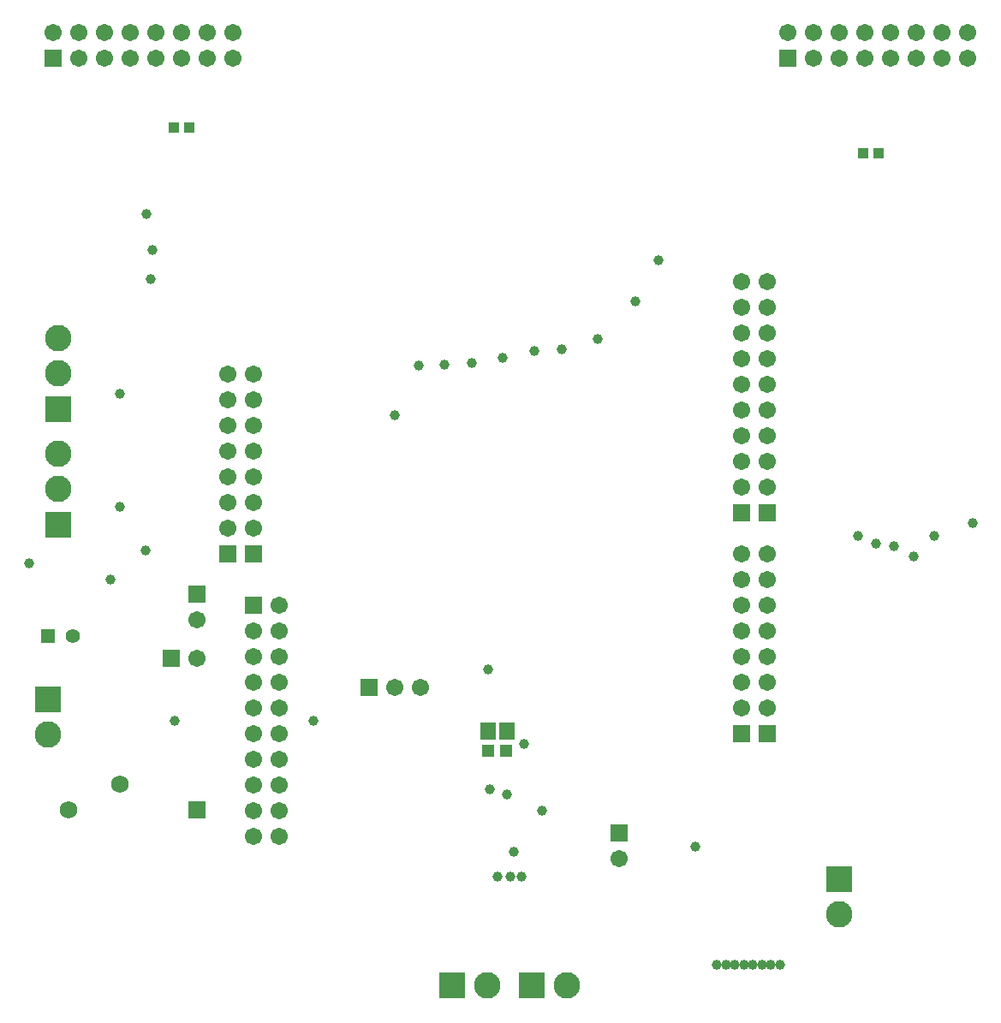
<source format=gbs>
G04 Layer_Color=8150272*
%FSLAX25Y25*%
%MOIN*%
G70*
G01*
G75*
%ADD48R,0.04300X0.04300*%
%ADD51R,0.05918X0.06706*%
%ADD60R,0.06706X0.06706*%
%ADD61C,0.06706*%
%ADD62R,0.06706X0.06706*%
%ADD63C,0.10300*%
%ADD64R,0.10300X0.10300*%
%ADD65R,0.10300X0.10300*%
%ADD66R,0.06800X0.06800*%
%ADD67C,0.06800*%
%ADD68C,0.05600*%
%ADD69R,0.05600X0.05600*%
%ADD70C,0.03900*%
%ADD71R,0.05131X0.04737*%
D48*
X169000Y446000D02*
D03*
X175000D02*
D03*
X443500Y436000D02*
D03*
X437500D02*
D03*
D51*
X291435Y211000D02*
D03*
X298915D02*
D03*
D60*
X342500Y171500D02*
D03*
X390000Y210000D02*
D03*
X400000D02*
D03*
X200000Y260000D02*
D03*
X178000Y264500D02*
D03*
X190000Y280000D02*
D03*
X200000D02*
D03*
X390000Y296000D02*
D03*
X400000D02*
D03*
D61*
X342500Y161500D02*
D03*
X408000Y483000D02*
D03*
X418000Y473000D02*
D03*
Y483000D02*
D03*
X428000Y473000D02*
D03*
X428000Y483000D02*
D03*
X438000Y473000D02*
D03*
Y483000D02*
D03*
X448000Y473000D02*
D03*
Y483000D02*
D03*
X458000Y473000D02*
D03*
Y483000D02*
D03*
X468000Y473000D02*
D03*
Y483000D02*
D03*
X478000Y473000D02*
D03*
X478000Y483000D02*
D03*
X122000D02*
D03*
X132000Y473000D02*
D03*
Y483000D02*
D03*
X142000Y473000D02*
D03*
X142000Y483000D02*
D03*
X152000Y473000D02*
D03*
Y483000D02*
D03*
X162000Y473000D02*
D03*
Y483000D02*
D03*
X172000Y473000D02*
D03*
Y483000D02*
D03*
X182000Y473000D02*
D03*
Y483000D02*
D03*
X192000Y473000D02*
D03*
X192000Y483000D02*
D03*
X265000Y228000D02*
D03*
X255000D02*
D03*
X390000Y280000D02*
D03*
Y270000D02*
D03*
Y260000D02*
D03*
Y250000D02*
D03*
Y240000D02*
D03*
Y230000D02*
D03*
Y220000D02*
D03*
X400000Y280000D02*
D03*
Y270000D02*
D03*
Y260000D02*
D03*
Y250000D02*
D03*
Y240000D02*
D03*
Y230000D02*
D03*
Y220000D02*
D03*
X178000Y239500D02*
D03*
X210000Y170000D02*
D03*
X200000D02*
D03*
X210000Y180000D02*
D03*
X200000D02*
D03*
X210000Y190000D02*
D03*
X200000Y190000D02*
D03*
X210000Y200000D02*
D03*
X200000D02*
D03*
X210000Y210000D02*
D03*
X200000D02*
D03*
X210000Y220000D02*
D03*
X200000D02*
D03*
X210000Y230000D02*
D03*
X200000D02*
D03*
X210000Y240000D02*
D03*
X200000Y240000D02*
D03*
X210000Y250000D02*
D03*
X200000D02*
D03*
X210000Y260000D02*
D03*
X178000Y254500D02*
D03*
X190000Y350000D02*
D03*
Y340000D02*
D03*
Y330000D02*
D03*
Y320000D02*
D03*
Y310000D02*
D03*
Y300000D02*
D03*
Y290000D02*
D03*
X200000Y350000D02*
D03*
Y340000D02*
D03*
Y330000D02*
D03*
Y320000D02*
D03*
Y310000D02*
D03*
Y300000D02*
D03*
Y290000D02*
D03*
X390000Y306000D02*
D03*
X390000Y326000D02*
D03*
Y336000D02*
D03*
Y346000D02*
D03*
X390000Y356000D02*
D03*
X390000Y366000D02*
D03*
Y376000D02*
D03*
Y386000D02*
D03*
Y316000D02*
D03*
X400000Y306000D02*
D03*
Y326000D02*
D03*
Y336000D02*
D03*
Y346000D02*
D03*
Y356000D02*
D03*
Y366000D02*
D03*
Y376000D02*
D03*
Y386000D02*
D03*
Y316000D02*
D03*
D62*
X408000Y473000D02*
D03*
X122000D02*
D03*
X245000Y228000D02*
D03*
X168000Y239500D02*
D03*
D63*
X322280Y112000D02*
D03*
X291280D02*
D03*
X428000Y139720D02*
D03*
X120000Y209720D02*
D03*
X124000Y319059D02*
D03*
Y305279D02*
D03*
Y364059D02*
D03*
Y350279D02*
D03*
D64*
X308500Y112000D02*
D03*
X277500D02*
D03*
D65*
X428000Y153500D02*
D03*
X120000Y223500D02*
D03*
X124000Y291500D02*
D03*
Y336500D02*
D03*
D66*
X178000Y180500D02*
D03*
D67*
X128000D02*
D03*
X148000Y190500D02*
D03*
D68*
X129800Y248000D02*
D03*
D69*
X120000D02*
D03*
D70*
X112733Y276233D02*
D03*
X148240Y298500D02*
D03*
Y342500D02*
D03*
X169500Y215000D02*
D03*
X223500D02*
D03*
X372000Y166000D02*
D03*
X305500Y206000D02*
D03*
X304500Y154500D02*
D03*
X300000D02*
D03*
X295000D02*
D03*
X158000Y281500D02*
D03*
X144500Y270000D02*
D03*
X301354Y164000D02*
D03*
X291500Y235000D02*
D03*
X298795Y186500D02*
D03*
X292000Y188500D02*
D03*
X312500Y180000D02*
D03*
X380500Y120000D02*
D03*
X384000D02*
D03*
X387500D02*
D03*
X391000D02*
D03*
X394500D02*
D03*
X398000D02*
D03*
X401500D02*
D03*
X405000D02*
D03*
X160912Y398500D02*
D03*
X158500Y412500D02*
D03*
X255000Y334000D02*
D03*
X264405Y353500D02*
D03*
X274500Y353696D02*
D03*
X285000Y354296D02*
D03*
X297103Y356500D02*
D03*
X309500Y358998D02*
D03*
X320000Y359598D02*
D03*
X334000Y363699D02*
D03*
X348801Y378500D02*
D03*
X357862Y394500D02*
D03*
X480161Y292000D02*
D03*
X465250Y287059D02*
D03*
X457000Y279000D02*
D03*
X449500Y283063D02*
D03*
X442392Y284000D02*
D03*
X435492Y287000D02*
D03*
X160000Y387000D02*
D03*
D71*
X298331Y203500D02*
D03*
X291638D02*
D03*
M02*

</source>
